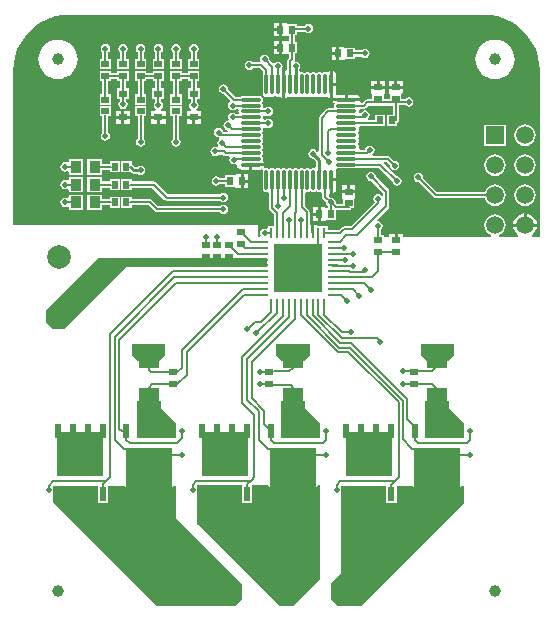
<source format=gtl>
G04*
G04 #@! TF.GenerationSoftware,Altium Limited,Altium Designer,19.1.7 (138)*
G04*
G04 Layer_Physical_Order=1*
G04 Layer_Color=255*
%FSLAX25Y25*%
%MOIN*%
G70*
G01*
G75*
%ADD18C,0.00800*%
%ADD19R,0.02559X0.02165*%
%ADD20R,0.02165X0.02559*%
%ADD21R,0.07087X0.04528*%
%ADD22R,0.00984X0.00984*%
%ADD23R,0.16339X0.16339*%
%ADD24R,0.01102X0.03347*%
%ADD25R,0.03347X0.01102*%
%ADD26R,0.03543X0.03937*%
%ADD27R,0.02756X0.02362*%
%ADD28R,0.15394X0.14764*%
%ADD29R,0.02402X0.05000*%
%ADD30O,0.01181X0.07087*%
%ADD31O,0.07087X0.01181*%
%ADD52C,0.01000*%
%ADD53C,0.07874*%
%ADD54C,0.05906*%
%ADD55R,0.05906X0.05906*%
%ADD56C,0.03937*%
%ADD57C,0.01870*%
%ADD58C,0.01968*%
G36*
X326772Y357455D02*
Y357455D01*
X327261Y357429D01*
X329236Y357300D01*
X331658Y356818D01*
X333996Y356024D01*
X336211Y354932D01*
X338264Y353560D01*
X340121Y351932D01*
X341749Y350075D01*
X343121Y348022D01*
X344213Y345807D01*
X345007Y343469D01*
X345489Y341047D01*
X345618Y339072D01*
X345644Y338583D01*
X345644D01*
X345644Y338582D01*
X345644Y283465D01*
X343097D01*
X342928Y283965D01*
X343528Y284425D01*
X344161Y285251D01*
X344560Y286212D01*
X344630Y286744D01*
X340709D01*
X336788D01*
X336858Y286212D01*
X337256Y285251D01*
X337890Y284425D01*
X338490Y283965D01*
X338320Y283465D01*
X332174D01*
X332075Y283965D01*
X332500Y284141D01*
X333243Y284710D01*
X333812Y285452D01*
X334170Y286317D01*
X334292Y287244D01*
X334170Y288172D01*
X333812Y289036D01*
X333243Y289778D01*
X332500Y290347D01*
X331636Y290705D01*
X330709Y290827D01*
X329781Y290705D01*
X328917Y290347D01*
X328175Y289778D01*
X327605Y289036D01*
X327247Y288172D01*
X327125Y287244D01*
X327247Y286317D01*
X327605Y285452D01*
X328175Y284710D01*
X328917Y284141D01*
X329342Y283965D01*
X329243Y283465D01*
X299917D01*
Y284366D01*
X295358D01*
Y283465D01*
X293612D01*
Y283966D01*
X292752D01*
Y285843D01*
X292839Y285901D01*
X293178Y286409D01*
X293297Y287008D01*
X293178Y287607D01*
X292839Y288115D01*
X292331Y288454D01*
X291732Y288573D01*
X291454Y288518D01*
X291208Y288978D01*
X295209Y292980D01*
X295430Y293311D01*
X295508Y293701D01*
Y298425D01*
X295430Y298815D01*
X295209Y299146D01*
X290915Y303441D01*
X290935Y303543D01*
X290816Y304142D01*
X290477Y304650D01*
X289969Y304989D01*
X289370Y305108D01*
X288771Y304989D01*
X288263Y304650D01*
X287924Y304142D01*
X287805Y303543D01*
X287924Y302944D01*
X288263Y302437D01*
X288771Y302097D01*
X289370Y301978D01*
X289473Y301999D01*
X293469Y298003D01*
Y297127D01*
X292969Y296976D01*
X292839Y297170D01*
X292331Y297509D01*
X291732Y297628D01*
X291133Y297509D01*
X290626Y297170D01*
X290286Y296662D01*
X290167Y296063D01*
X290286Y295464D01*
X290626Y294956D01*
X290637Y294835D01*
X282648Y286846D01*
X280315D01*
X279925Y286769D01*
X279594Y286548D01*
X278613Y285567D01*
X274970D01*
Y286821D01*
X271433D01*
Y287221D01*
X270382D01*
Y284547D01*
X269382D01*
Y287221D01*
X268933D01*
Y291620D01*
X268855Y292010D01*
X268634Y292341D01*
X267254Y293721D01*
Y297953D01*
X267737Y298230D01*
X267754Y298228D01*
X268203Y298138D01*
X268667Y298231D01*
X269061Y298494D01*
X269313D01*
X269707Y298231D01*
X270171Y298138D01*
X270636Y298231D01*
X271030Y298494D01*
X271281D01*
X271675Y298231D01*
X272140Y298138D01*
X272589Y298228D01*
X272605Y298230D01*
X273089Y297953D01*
Y296758D01*
X273166Y296368D01*
X273387Y296037D01*
X274440Y294985D01*
X274419Y294882D01*
X274538Y294283D01*
X274878Y293775D01*
X274965Y293717D01*
Y293178D01*
X274809Y293022D01*
X274217Y293080D01*
X274130Y293224D01*
X274060Y293224D01*
X274060Y293224D01*
X272547D01*
Y290945D01*
Y288665D01*
X274060D01*
X274060Y288665D01*
X274130D01*
X274371Y289065D01*
X274630Y289065D01*
X277667D01*
Y292287D01*
X281890D01*
X282280Y292365D01*
X282611Y292586D01*
X282757Y292806D01*
X283769D01*
X283769Y296101D01*
X284169Y296342D01*
X284169Y296412D01*
X284169Y296412D01*
Y297925D01*
X281890D01*
X279610D01*
Y296412D01*
X279610Y296412D01*
Y296342D01*
X280010Y296101D01*
X280010Y295843D01*
Y294327D01*
X277981D01*
X277529Y294779D01*
X277549Y294882D01*
X277430Y295481D01*
X277091Y295989D01*
X276583Y296328D01*
X275984Y296447D01*
X275882Y296427D01*
X275240Y297068D01*
X275277Y297499D01*
X275577Y297709D01*
Y302305D01*
X276077D01*
Y302805D01*
X277698D01*
Y305258D01*
X277577Y305871D01*
X277596Y305912D01*
X277911Y306275D01*
X278242Y306209D01*
X284148D01*
X284612Y306302D01*
X284765Y306404D01*
X292097D01*
X296477Y302024D01*
X296466Y301969D01*
X296585Y301370D01*
X296925Y300862D01*
X297433Y300522D01*
X298031Y300403D01*
X298630Y300522D01*
X299138Y300862D01*
X299478Y301370D01*
X299597Y301969D01*
X299478Y302567D01*
X299138Y303075D01*
X298630Y303415D01*
X298031Y303534D01*
X297881Y303504D01*
X293513Y307872D01*
X293720Y308372D01*
X294517D01*
X295699Y307189D01*
X295679Y307087D01*
X295798Y306488D01*
X296137Y305980D01*
X296645Y305641D01*
X297244Y305521D01*
X297843Y305641D01*
X298351Y305980D01*
X298690Y306488D01*
X298809Y307087D01*
X298690Y307686D01*
X298351Y308193D01*
X297843Y308533D01*
X297244Y308652D01*
X297141Y308631D01*
X295660Y310113D01*
X295329Y310334D01*
X294939Y310411D01*
X289955D01*
X289804Y310911D01*
X290083Y311098D01*
X290422Y311606D01*
X290542Y312205D01*
X290422Y312804D01*
X290083Y313311D01*
X289575Y313651D01*
X288976Y313770D01*
X288377Y313651D01*
X287870Y313311D01*
X287530Y312804D01*
X287446Y312380D01*
X285547D01*
X285270Y312863D01*
X285272Y312880D01*
X285362Y313329D01*
X285269Y313793D01*
X285006Y314187D01*
Y314439D01*
X285269Y314833D01*
X285362Y315297D01*
X285269Y315762D01*
X285006Y316156D01*
Y316407D01*
X285269Y316801D01*
X285362Y317266D01*
X285269Y317730D01*
X285006Y318124D01*
Y318376D01*
X285269Y318770D01*
X285362Y319234D01*
X285272Y319683D01*
X285270Y319700D01*
X285547Y320183D01*
X291282D01*
X291672Y320261D01*
X291827Y320365D01*
X294202D01*
Y324124D01*
X290837D01*
Y322222D01*
X288381D01*
X288229Y322722D01*
X288508Y322909D01*
X288847Y323417D01*
X288967Y324016D01*
X288847Y324615D01*
X288508Y325122D01*
X288000Y325462D01*
X287402Y325581D01*
X286803Y325462D01*
X286295Y325122D01*
X285956Y324615D01*
X285936Y324517D01*
X285690Y324477D01*
X285679Y324482D01*
X285317Y324917D01*
X285362Y325140D01*
X285272Y325589D01*
X285270Y325606D01*
X285547Y326089D01*
X286951D01*
X287341Y326166D01*
X287672Y326387D01*
X288415Y327130D01*
X296618D01*
Y324124D01*
X294774D01*
Y320365D01*
X298139D01*
Y321376D01*
X298359Y321523D01*
X298580Y321854D01*
X298657Y322244D01*
Y327327D01*
X300804D01*
X300862Y327240D01*
X301370Y326901D01*
X301969Y326781D01*
X302567Y326901D01*
X303075Y327240D01*
X303415Y327748D01*
X303534Y328346D01*
X303415Y328945D01*
X303075Y329453D01*
X302567Y329792D01*
X301969Y329912D01*
X301370Y329792D01*
X300862Y329453D01*
X300804Y329366D01*
X299517D01*
X299517Y330944D01*
X299917Y331185D01*
X299917Y331255D01*
X299917Y331255D01*
Y332768D01*
X297638D01*
X295358D01*
Y331255D01*
X295358Y331255D01*
Y331185D01*
X295758Y330944D01*
X295758Y330685D01*
Y329169D01*
X293612D01*
X293612Y330944D01*
X294012Y331185D01*
X294012Y331255D01*
X294012Y331255D01*
Y332768D01*
X291732D01*
X289453D01*
Y331255D01*
X289453Y331255D01*
Y331185D01*
X289853Y330944D01*
X289853Y330685D01*
Y329169D01*
X287992D01*
X287602Y329092D01*
X287271Y328871D01*
X286528Y328128D01*
X285982D01*
X285711Y328577D01*
X281195D01*
X276720D01*
X276744Y328456D01*
X277095Y327930D01*
X277278Y327808D01*
X277121Y327573D01*
X277028Y327108D01*
X277117Y326659D01*
X277120Y326642D01*
X276843Y326159D01*
X275041D01*
X274651Y326082D01*
X274320Y325861D01*
X272212Y323752D01*
X271991Y323422D01*
X271914Y323031D01*
Y311941D01*
X271413Y311789D01*
X271185Y312130D01*
X270678Y312470D01*
X270079Y312589D01*
X269480Y312470D01*
X268972Y312130D01*
X268633Y311623D01*
X268514Y311024D01*
X268633Y310425D01*
X268972Y309917D01*
X269480Y309578D01*
X270053Y309464D01*
X271018Y308498D01*
Y306679D01*
X270518Y306403D01*
X270171Y306472D01*
X269707Y306379D01*
X269313Y306116D01*
X269061D01*
X268667Y306379D01*
X268203Y306472D01*
X267738Y306379D01*
X267344Y306116D01*
X267093D01*
X266699Y306379D01*
X266234Y306472D01*
X265770Y306379D01*
X265376Y306116D01*
X265124D01*
X264730Y306379D01*
X264266Y306472D01*
X263801Y306379D01*
X263407Y306116D01*
X263156D01*
X262762Y306379D01*
X262297Y306472D01*
X261833Y306379D01*
X261439Y306116D01*
X261187D01*
X260793Y306379D01*
X260329Y306472D01*
X259864Y306379D01*
X259470Y306116D01*
X259219D01*
X258825Y306379D01*
X258360Y306472D01*
X257896Y306379D01*
X257502Y306116D01*
X257250D01*
X256856Y306379D01*
X256392Y306472D01*
X255927Y306379D01*
X255533Y306116D01*
X255282D01*
X254888Y306379D01*
X254423Y306472D01*
X254092Y306406D01*
X253777Y306769D01*
X253758Y306810D01*
X253780Y306923D01*
X249805D01*
Y305802D01*
X252258D01*
X252871Y305923D01*
X252912Y305904D01*
X253275Y305589D01*
X253209Y305258D01*
Y299352D01*
X253302Y298888D01*
X253565Y298494D01*
X253959Y298231D01*
X254423Y298138D01*
X254862Y298226D01*
X254894Y298227D01*
X255362Y297947D01*
Y292977D01*
X255440Y292587D01*
X255661Y292256D01*
X257051Y290866D01*
Y286821D01*
X254951D01*
Y286370D01*
X254451Y286108D01*
X253937Y286211D01*
X253338Y286092D01*
X252830Y285752D01*
X252491Y285245D01*
X252372Y284646D01*
X252491Y284047D01*
X252546Y283965D01*
X252279Y283465D01*
X251575D01*
Y287402D01*
X170104D01*
Y338583D01*
X170099Y338605D01*
X170259Y341047D01*
X170741Y343469D01*
X171535Y345807D01*
X172627Y348022D01*
X173999Y350075D01*
X175627Y351932D01*
X177484Y353560D01*
X179537Y354932D01*
X181752Y356024D01*
X184090Y356818D01*
X186512Y357300D01*
X188487Y357429D01*
X188976Y357455D01*
X188976Y357455D01*
X189476Y357455D01*
X326279Y357455D01*
X326772Y357455D01*
D02*
G37*
G36*
X254724Y273228D02*
X207874D01*
X187402Y252756D01*
X183465D01*
X181102Y255118D01*
Y259055D01*
X198425Y276378D01*
X254724D01*
Y273228D01*
D02*
G37*
G36*
X316929Y244094D02*
X314961Y242126D01*
X307874D01*
X305906Y244094D01*
Y247638D01*
X316929D01*
Y244094D01*
D02*
G37*
G36*
X268898D02*
X266929Y242126D01*
X259842D01*
X257874Y244094D01*
Y247638D01*
X268898D01*
Y244094D01*
D02*
G37*
G36*
X220866D02*
X218898Y242126D01*
X211811D01*
X209842Y244094D01*
Y247638D01*
X220866D01*
Y244094D01*
D02*
G37*
G36*
X315354Y226378D02*
X320472Y221260D01*
X320472Y216142D01*
X307480D01*
Y228740D01*
X315354D01*
X315354Y226378D01*
D02*
G37*
G36*
X267323D02*
X272441Y221260D01*
X272441Y216142D01*
X259449D01*
Y228740D01*
X267323D01*
X267323Y226378D01*
D02*
G37*
G36*
X219291Y226378D02*
X224410Y221260D01*
Y216142D01*
X211417D01*
Y228740D01*
X219291D01*
Y226378D01*
D02*
G37*
G36*
X318216Y199308D02*
X318472Y199358D01*
X319112Y199786D01*
X319518Y200394D01*
X320472D01*
X320472Y194488D01*
X286220Y160236D01*
X278346Y160236D01*
X275984Y162598D01*
Y167717D01*
X279528Y171260D01*
Y200394D01*
X294282D01*
Y194656D01*
X297883D01*
Y200394D01*
X303317D01*
X303723Y199786D01*
X304363Y199358D01*
X304618Y199308D01*
Y201181D01*
X305618D01*
Y199308D01*
X305873Y199358D01*
X306513Y199786D01*
X306919Y200394D01*
X309616D01*
X310022Y199786D01*
X310662Y199358D01*
X310917Y199308D01*
Y201181D01*
X311917D01*
Y199308D01*
X312172Y199358D01*
X312812Y199786D01*
X313218Y200394D01*
X315915D01*
X316321Y199786D01*
X316962Y199358D01*
X317216Y199308D01*
Y201181D01*
X318216D01*
Y199308D01*
D02*
G37*
G36*
X270185D02*
X270440Y199358D01*
X271080Y199786D01*
X271508Y200426D01*
X271580Y200787D01*
X272441D01*
Y169291D01*
X263386Y160236D01*
X259055D01*
X231496Y187795D01*
Y200787D01*
X246250D01*
Y194656D01*
X249852D01*
Y200787D01*
X255192D01*
X255264Y200426D01*
X255692Y199786D01*
X256332Y199358D01*
X256587Y199308D01*
Y201181D01*
X257587D01*
Y199308D01*
X257842Y199358D01*
X258482Y199786D01*
X258909Y200426D01*
X258981Y200787D01*
X261491D01*
X261563Y200426D01*
X261991Y199786D01*
X262631Y199358D01*
X262886Y199308D01*
Y201181D01*
X263886D01*
Y199308D01*
X264141Y199358D01*
X264781Y199786D01*
X265209Y200426D01*
X265281Y200787D01*
X267790D01*
X267862Y200426D01*
X268290Y199786D01*
X268930Y199358D01*
X269185Y199308D01*
Y201181D01*
X270185D01*
Y199308D01*
D02*
G37*
G36*
X222153D02*
X222409Y199358D01*
X223049Y199786D01*
X223455Y200394D01*
X224410D01*
Y189764D01*
X246457Y167717D01*
Y162598D01*
X244094Y160236D01*
X218110D01*
X183465Y194882D01*
Y200394D01*
X198219D01*
Y194656D01*
X201820D01*
Y200394D01*
X207254D01*
X207660Y199786D01*
X208300Y199358D01*
X208555Y199308D01*
Y201181D01*
X209555D01*
Y199308D01*
X209810Y199358D01*
X210450Y199786D01*
X210856Y200394D01*
X213553D01*
X213959Y199786D01*
X214599Y199358D01*
X214854Y199308D01*
Y201181D01*
X215854D01*
Y199308D01*
X216109Y199358D01*
X216749Y199786D01*
X217156Y200394D01*
X219852D01*
X220258Y199786D01*
X220899Y199358D01*
X221153Y199308D01*
Y201181D01*
X222153D01*
Y199308D01*
D02*
G37*
%LPC*%
G36*
X258667Y354722D02*
X257085D01*
Y352943D01*
X258667D01*
Y354722D01*
D02*
G37*
G36*
X261250Y354722D02*
X261180Y354722D01*
X261180Y354722D01*
X259667D01*
Y352443D01*
Y350163D01*
X261180D01*
X261180Y350163D01*
X261250D01*
X261273Y350202D01*
X261904Y350279D01*
X261972Y350210D01*
Y348676D01*
X261904Y348607D01*
X261273Y348684D01*
X261250Y348723D01*
X261180Y348722D01*
X261180Y348722D01*
X259667D01*
Y346443D01*
Y344163D01*
X261180D01*
X261180Y344163D01*
X261250D01*
X261273Y344202D01*
X261904Y344279D01*
X261972Y344210D01*
Y342942D01*
X261562Y342532D01*
X261342Y342201D01*
X261264Y341811D01*
Y338991D01*
X260829Y338723D01*
Y334195D01*
Y329720D01*
X260949Y329744D01*
X261475Y330095D01*
X261597Y330278D01*
X261833Y330121D01*
X262297Y330028D01*
X262762Y330121D01*
X263156Y330384D01*
X263407D01*
X263801Y330121D01*
X264266Y330028D01*
X264730Y330121D01*
X265124Y330384D01*
X265376D01*
X265770Y330121D01*
X266234Y330028D01*
X266699Y330121D01*
X267093Y330384D01*
X267344D01*
X267738Y330121D01*
X268203Y330028D01*
X268667Y330121D01*
X269061Y330384D01*
X269313D01*
X269707Y330121D01*
X270171Y330028D01*
X270636Y330121D01*
X271030Y330384D01*
X271281D01*
X271675Y330121D01*
X272140Y330028D01*
X272604Y330121D01*
X272998Y330384D01*
X273250D01*
X273644Y330121D01*
X274108Y330028D01*
X274573Y330121D01*
X274808Y330278D01*
X274930Y330095D01*
X275456Y329744D01*
X275577Y329720D01*
Y334195D01*
Y338670D01*
X275456Y338646D01*
X274930Y338294D01*
X274808Y338112D01*
X274573Y338269D01*
X274108Y338362D01*
X273644Y338269D01*
X273492Y338167D01*
X273124Y338047D01*
X272757Y338167D01*
X272604Y338269D01*
X272140Y338362D01*
X271675Y338269D01*
X271281Y338006D01*
X271030D01*
X270636Y338269D01*
X270171Y338362D01*
X269707Y338269D01*
X269313Y338006D01*
X269061D01*
X268667Y338269D01*
X268203Y338362D01*
X267738Y338269D01*
X267344Y338006D01*
X267093D01*
X266699Y338269D01*
X266234Y338362D01*
X265887Y338293D01*
X265387Y338569D01*
Y339070D01*
X265714Y339559D01*
X265833Y340158D01*
X265714Y340756D01*
X265374Y341264D01*
X264867Y341603D01*
X264268Y341723D01*
X264263Y341722D01*
X263934Y342129D01*
X264012Y342520D01*
Y344563D01*
X264787D01*
Y348322D01*
X264012D01*
Y350563D01*
X264787D01*
Y351736D01*
X267339D01*
X267397Y351649D01*
X267905Y351310D01*
X268504Y351191D01*
X269103Y351310D01*
X269611Y351649D01*
X269950Y352157D01*
X270069Y352756D01*
X269950Y353355D01*
X269611Y353863D01*
X269103Y354202D01*
X268504Y354321D01*
X267905Y354202D01*
X267397Y353863D01*
X267339Y353776D01*
X264787D01*
Y354322D01*
X261491Y354322D01*
X261250Y354722D01*
D02*
G37*
G36*
X258667Y351943D02*
X257085D01*
Y350163D01*
X258667D01*
Y351943D01*
D02*
G37*
G36*
Y348722D02*
X257085D01*
Y346943D01*
X258667D01*
Y348722D01*
D02*
G37*
G36*
X277847Y346768D02*
X276264D01*
Y344988D01*
X277847D01*
Y346768D01*
D02*
G37*
G36*
X258667Y345943D02*
X257085D01*
Y344163D01*
X258667D01*
Y345943D01*
D02*
G37*
G36*
X280429Y346768D02*
X280359Y346768D01*
X280359Y346768D01*
X278847D01*
Y344488D01*
Y342209D01*
X280359D01*
X280359Y342209D01*
X280429D01*
X280670Y342609D01*
X280929Y342609D01*
X283966D01*
Y343469D01*
X286237D01*
X286295Y343382D01*
X286803Y343042D01*
X287402Y342923D01*
X288000Y343042D01*
X288508Y343382D01*
X288847Y343889D01*
X288967Y344488D01*
X288847Y345087D01*
X288508Y345595D01*
X288000Y345934D01*
X287402Y346053D01*
X286803Y345934D01*
X286295Y345595D01*
X286237Y345508D01*
X283966D01*
Y346368D01*
X280670Y346368D01*
X280648Y346406D01*
X280429Y346768D01*
D02*
G37*
G36*
X277847Y343988D02*
X276264D01*
Y342209D01*
X277847D01*
Y343988D01*
D02*
G37*
G36*
X253937Y344085D02*
X253338Y343966D01*
X252830Y343626D01*
X252491Y343119D01*
X252372Y342520D01*
X252461Y342071D01*
X252169Y341571D01*
X249984D01*
X249926Y341658D01*
X249418Y341997D01*
X248819Y342116D01*
X248220Y341997D01*
X247712Y341658D01*
X247373Y341150D01*
X247254Y340551D01*
X247373Y339952D01*
X247712Y339444D01*
X248220Y339105D01*
X248819Y338986D01*
X249418Y339105D01*
X249926Y339444D01*
X249984Y339532D01*
X252334D01*
X253404Y338461D01*
Y337765D01*
X253302Y337612D01*
X253209Y337148D01*
Y331242D01*
X253302Y330778D01*
X253565Y330384D01*
X253959Y330121D01*
X254423Y330028D01*
X254888Y330121D01*
X255282Y330384D01*
X255533D01*
X255927Y330121D01*
X256392Y330028D01*
X256856Y330121D01*
X257250Y330384D01*
X257502D01*
X257896Y330121D01*
X258360Y330028D01*
X258825Y330121D01*
X259060Y330278D01*
X259182Y330095D01*
X259708Y329744D01*
X259829Y329720D01*
Y334195D01*
Y338711D01*
X259807Y338724D01*
X259645Y339319D01*
X259804Y339559D01*
X259923Y340158D01*
X259804Y340756D01*
X259465Y341264D01*
X258957Y341603D01*
X258358Y341723D01*
X257759Y341603D01*
X257252Y341264D01*
X257223Y341222D01*
X256726Y341173D01*
X255482Y342417D01*
X255502Y342520D01*
X255383Y343119D01*
X255044Y343626D01*
X254536Y343966D01*
X253937Y344085D01*
D02*
G37*
G36*
X212598Y347628D02*
X212000Y347509D01*
X211492Y347170D01*
X211153Y346662D01*
X211033Y346063D01*
X211153Y345464D01*
X211492Y344956D01*
X211579Y344898D01*
Y342628D01*
X210719D01*
Y339262D01*
X214478D01*
Y342628D01*
X213618D01*
Y344898D01*
X213705Y344956D01*
X214044Y345464D01*
X214163Y346063D01*
X214044Y346662D01*
X213705Y347170D01*
X213197Y347509D01*
X212598Y347628D01*
D02*
G37*
G36*
X230315D02*
X229716Y347509D01*
X229208Y347170D01*
X228869Y346662D01*
X228750Y346063D01*
X228869Y345464D01*
X229208Y344956D01*
X229295Y344898D01*
Y342628D01*
X228435D01*
Y339262D01*
X232194D01*
Y342628D01*
X231334D01*
Y344898D01*
X231422Y344956D01*
X231761Y345464D01*
X231880Y346063D01*
X231761Y346662D01*
X231422Y347170D01*
X230914Y347509D01*
X230315Y347628D01*
D02*
G37*
G36*
X224410D02*
X223811Y347509D01*
X223303Y347170D01*
X222964Y346662D01*
X222844Y346063D01*
X222964Y345464D01*
X223303Y344956D01*
X223390Y344898D01*
Y342628D01*
X222530D01*
Y339262D01*
X226289D01*
Y342628D01*
X225429D01*
Y344898D01*
X225516Y344956D01*
X225855Y345464D01*
X225975Y346063D01*
X225855Y346662D01*
X225516Y347170D01*
X225008Y347509D01*
X224410Y347628D01*
D02*
G37*
G36*
X218504D02*
X217905Y347509D01*
X217397Y347170D01*
X217058Y346662D01*
X216939Y346063D01*
X217058Y345464D01*
X217397Y344956D01*
X217484Y344898D01*
Y342628D01*
X216624D01*
Y339262D01*
X220384D01*
Y342628D01*
X219524D01*
Y344898D01*
X219611Y344956D01*
X219950Y345464D01*
X220069Y346063D01*
X219950Y346662D01*
X219611Y347170D01*
X219103Y347509D01*
X218504Y347628D01*
D02*
G37*
G36*
X206693D02*
X206094Y347509D01*
X205586Y347170D01*
X205247Y346662D01*
X205128Y346063D01*
X205247Y345464D01*
X205586Y344956D01*
X205673Y344898D01*
Y342628D01*
X204813D01*
Y339262D01*
X208573D01*
Y342628D01*
X207713D01*
Y344898D01*
X207800Y344956D01*
X208139Y345464D01*
X208258Y346063D01*
X208139Y346662D01*
X207800Y347170D01*
X207292Y347509D01*
X206693Y347628D01*
D02*
G37*
G36*
X200787D02*
X200188Y347509D01*
X199681Y347170D01*
X199341Y346662D01*
X199222Y346063D01*
X199341Y345464D01*
X199681Y344956D01*
X199768Y344898D01*
Y342628D01*
X198908D01*
Y339262D01*
X202667D01*
Y342628D01*
X201807D01*
Y344898D01*
X201894Y344956D01*
X202233Y345464D01*
X202352Y346063D01*
X202233Y346662D01*
X201894Y347170D01*
X201386Y347509D01*
X200787Y347628D01*
D02*
G37*
G36*
X232194Y338690D02*
X228435D01*
Y338028D01*
X226289D01*
Y338690D01*
X222530D01*
Y335325D01*
X223390D01*
Y330817D01*
X222530D01*
Y327451D01*
X226289D01*
Y330817D01*
X225429D01*
Y335325D01*
X226289D01*
Y335988D01*
X228435D01*
Y335325D01*
X229295D01*
Y332884D01*
X228337D01*
Y329321D01*
X229295D01*
Y328330D01*
X229208Y328272D01*
X228869Y327764D01*
X228750Y327165D01*
X228869Y326566D01*
X229208Y326059D01*
X229432Y325909D01*
X229280Y325409D01*
X227937D01*
Y323728D01*
X230315D01*
X232693D01*
Y325409D01*
X231350D01*
X231198Y325909D01*
X231422Y326059D01*
X231761Y326566D01*
X231880Y327165D01*
X231761Y327764D01*
X231422Y328272D01*
X231334Y328330D01*
Y329321D01*
X232293D01*
Y332884D01*
X231334D01*
Y335325D01*
X232194D01*
Y338690D01*
D02*
G37*
G36*
X208573D02*
X204813D01*
Y338028D01*
X202667D01*
Y338690D01*
X198908D01*
Y335325D01*
X199768D01*
Y330817D01*
X198908D01*
Y327451D01*
X202667D01*
Y330817D01*
X201807D01*
Y335325D01*
X202667D01*
Y335988D01*
X204813D01*
Y335325D01*
X205673D01*
Y332884D01*
X204715D01*
Y329321D01*
X205673D01*
Y328724D01*
X205586Y328666D01*
X205247Y328158D01*
X205128Y327559D01*
X205247Y326960D01*
X205586Y326452D01*
X206094Y326113D01*
X206693Y325994D01*
X207292Y326113D01*
X207800Y326452D01*
X208139Y326960D01*
X208258Y327559D01*
X208139Y328158D01*
X207800Y328666D01*
X207713Y328724D01*
Y329321D01*
X208671D01*
Y332884D01*
X207713D01*
Y335325D01*
X208573D01*
Y338690D01*
D02*
G37*
G36*
X330709Y349057D02*
X329433Y348931D01*
X328207Y348559D01*
X327077Y347955D01*
X326086Y347142D01*
X325273Y346151D01*
X324669Y345021D01*
X324297Y343795D01*
X324172Y342520D01*
X324297Y341244D01*
X324669Y340018D01*
X325273Y338888D01*
X326086Y337897D01*
X327077Y337084D01*
X328207Y336480D01*
X329433Y336108D01*
X330709Y335983D01*
X331984Y336108D01*
X333210Y336480D01*
X334340Y337084D01*
X335331Y337897D01*
X336144Y338888D01*
X336748Y340018D01*
X337120Y341244D01*
X337246Y342520D01*
X337120Y343795D01*
X336748Y345021D01*
X336144Y346151D01*
X335331Y347142D01*
X334340Y347955D01*
X333210Y348559D01*
X331984Y348931D01*
X330709Y349057D01*
D02*
G37*
G36*
X185039D02*
X183764Y348931D01*
X182538Y348559D01*
X181408Y347955D01*
X180417Y347142D01*
X179604Y346151D01*
X179000Y345021D01*
X178628Y343795D01*
X178502Y342520D01*
X178628Y341244D01*
X179000Y340018D01*
X179604Y338888D01*
X180417Y337897D01*
X181408Y337084D01*
X182538Y336480D01*
X183764Y336108D01*
X185039Y335983D01*
X186315Y336108D01*
X187541Y336480D01*
X188671Y337084D01*
X189662Y337897D01*
X190475Y338888D01*
X191079Y340018D01*
X191451Y341244D01*
X191576Y342520D01*
X191451Y343795D01*
X191079Y345021D01*
X190475Y346151D01*
X189662Y347142D01*
X188671Y347955D01*
X187541Y348559D01*
X186315Y348931D01*
X185039Y349057D01*
D02*
G37*
G36*
X276577Y338670D02*
Y334695D01*
X277698D01*
Y337148D01*
X277575Y337768D01*
X277223Y338294D01*
X276697Y338646D01*
X276577Y338670D01*
D02*
G37*
G36*
X299917Y335350D02*
X298138D01*
Y333768D01*
X299917D01*
Y335350D01*
D02*
G37*
G36*
X294012D02*
X292232D01*
Y333768D01*
X294012D01*
Y335350D01*
D02*
G37*
G36*
X297138D02*
X295358D01*
Y333768D01*
X297138D01*
Y335350D01*
D02*
G37*
G36*
X291232D02*
X289453D01*
Y333768D01*
X291232D01*
Y335350D01*
D02*
G37*
G36*
X284148Y330698D02*
X281695D01*
Y329577D01*
X285670D01*
X285646Y329697D01*
X285294Y330223D01*
X284768Y330575D01*
X284148Y330698D01*
D02*
G37*
G36*
X277698Y333695D02*
X276577D01*
Y329577D01*
X280695D01*
Y330698D01*
X278242D01*
X278094Y330669D01*
X277669Y331094D01*
X277698Y331242D01*
Y333695D01*
D02*
G37*
G36*
X240158Y334242D02*
X239559Y334123D01*
X239051Y333784D01*
X238712Y333276D01*
X238592Y332677D01*
X238712Y332078D01*
X239051Y331571D01*
X239559Y331231D01*
X240158Y331112D01*
X240260Y331133D01*
X242425Y328968D01*
X242361Y328324D01*
X242200Y328217D01*
X241861Y327709D01*
X241742Y327110D01*
X241861Y326511D01*
X242200Y326004D01*
X242708Y325664D01*
X243307Y325545D01*
X243906Y325664D01*
X244414Y326004D01*
X244472Y326091D01*
X244954D01*
X245231Y325605D01*
X245228Y325591D01*
X245139Y325140D01*
X245227Y324693D01*
X245230Y324673D01*
X244952Y324193D01*
X244472D01*
X244414Y324280D01*
X243906Y324619D01*
X243307Y324738D01*
X242708Y324619D01*
X242200Y324280D01*
X241861Y323772D01*
X241742Y323173D01*
X241861Y322574D01*
X241902Y322514D01*
X241833Y322320D01*
X241632Y322018D01*
X241133Y321918D01*
X240626Y321579D01*
X240286Y321071D01*
X240167Y320472D01*
X240286Y319873D01*
X240626Y319366D01*
X241133Y319026D01*
X241506Y318952D01*
X241619Y318785D01*
X241355Y318285D01*
X240113D01*
X240029Y318709D01*
X239689Y319217D01*
X239182Y319556D01*
X238583Y319675D01*
X237984Y319556D01*
X237476Y319217D01*
X237137Y318709D01*
X237018Y318110D01*
X237137Y317511D01*
X237476Y317003D01*
X237984Y316664D01*
X238583Y316545D01*
X238800Y316296D01*
X238745Y315732D01*
X238657Y315674D01*
X238318Y315166D01*
X238199Y314567D01*
X238318Y313968D01*
X238505Y313688D01*
X238346Y313124D01*
X238334Y313112D01*
X238255Y313087D01*
X238000Y313257D01*
X237402Y313376D01*
X236803Y313257D01*
X236295Y312918D01*
X235956Y312410D01*
X235837Y311811D01*
X235956Y311212D01*
X236295Y310704D01*
X236803Y310365D01*
X237402Y310246D01*
X238000Y310365D01*
X238508Y310704D01*
X238566Y310791D01*
X240015D01*
X240167Y310639D01*
X240498Y310418D01*
X240888Y310341D01*
X242112D01*
X242379Y309841D01*
X242255Y309654D01*
X242136Y309055D01*
X242255Y308456D01*
X242594Y307948D01*
X243102Y307609D01*
X243701Y307490D01*
X244256Y307600D01*
X244387Y307552D01*
X244753Y307311D01*
X244854Y306803D01*
X245206Y306276D01*
X245732Y305925D01*
X246352Y305802D01*
X248805D01*
Y307423D01*
X249305D01*
Y307923D01*
X253780D01*
X253756Y308044D01*
X253405Y308570D01*
X253222Y308692D01*
X253379Y308927D01*
X253472Y309392D01*
X253379Y309856D01*
X253116Y310250D01*
Y310502D01*
X253379Y310896D01*
X253472Y311360D01*
X253379Y311825D01*
X253116Y312219D01*
Y312470D01*
X253379Y312864D01*
X253472Y313329D01*
X253379Y313793D01*
X253116Y314187D01*
Y314439D01*
X253379Y314833D01*
X253472Y315297D01*
X253379Y315762D01*
X253116Y316156D01*
Y316407D01*
X253379Y316801D01*
X253472Y317266D01*
X253379Y317730D01*
X253116Y318124D01*
Y318376D01*
X253379Y318770D01*
X253472Y319234D01*
X253407Y319561D01*
X253707Y319960D01*
X253745Y319994D01*
X254105Y320032D01*
X254519Y319755D01*
X255118Y319636D01*
X255717Y319755D01*
X256225Y320094D01*
X256564Y320602D01*
X256683Y321201D01*
X256564Y321800D01*
X256225Y322307D01*
X255717Y322647D01*
X255118Y322766D01*
X254519Y322647D01*
X254103Y322369D01*
X253738Y322408D01*
X253714Y322429D01*
X253406Y322839D01*
X253472Y323171D01*
X253407Y323498D01*
X253707Y323897D01*
X253745Y323931D01*
X254105Y323969D01*
X254519Y323692D01*
X255118Y323573D01*
X255717Y323692D01*
X256225Y324031D01*
X256564Y324539D01*
X256683Y325138D01*
X256564Y325737D01*
X256225Y326244D01*
X255717Y326584D01*
X255118Y326703D01*
X254519Y326584D01*
X254103Y326306D01*
X253738Y326345D01*
X253714Y326366D01*
X253406Y326777D01*
X253472Y327108D01*
X253379Y327573D01*
X253116Y327967D01*
Y328218D01*
X253379Y328612D01*
X253472Y329077D01*
X253379Y329541D01*
X253116Y329935D01*
X252722Y330198D01*
X252258Y330291D01*
X246352D01*
X245888Y330198D01*
X245762Y330114D01*
X244163D01*
X241702Y332574D01*
X241723Y332677D01*
X241603Y333276D01*
X241264Y333784D01*
X240756Y334123D01*
X240158Y334242D01*
D02*
G37*
G36*
X209071Y325409D02*
X207193D01*
Y323728D01*
X209071D01*
Y325409D01*
D02*
G37*
G36*
X214478Y338690D02*
X210719D01*
Y335325D01*
X211579D01*
Y330817D01*
X210719D01*
Y327451D01*
X214478D01*
Y330817D01*
X213618D01*
Y335325D01*
X214478D01*
Y335988D01*
X216624D01*
Y335325D01*
X217484D01*
Y332884D01*
X216526D01*
Y329321D01*
X217484D01*
Y328330D01*
X217397Y328272D01*
X217058Y327764D01*
X216939Y327165D01*
X217058Y326566D01*
X217397Y326059D01*
X217621Y325909D01*
X217469Y325409D01*
X216126D01*
Y323728D01*
X218504D01*
X220882D01*
Y325409D01*
X219539D01*
X219387Y325909D01*
X219611Y326059D01*
X219950Y326566D01*
X220069Y327165D01*
X219950Y327764D01*
X219611Y328272D01*
X219524Y328330D01*
Y329321D01*
X220482D01*
Y332884D01*
X219524D01*
Y335325D01*
X220384D01*
Y338690D01*
X216624D01*
Y338028D01*
X214478D01*
Y338690D01*
D02*
G37*
G36*
X206193Y325409D02*
X204315D01*
Y323728D01*
X206193D01*
Y325409D01*
D02*
G37*
G36*
X232693Y322728D02*
X230815D01*
Y321047D01*
X232693D01*
Y322728D01*
D02*
G37*
G36*
X229815D02*
X227937D01*
Y321047D01*
X229815D01*
Y322728D01*
D02*
G37*
G36*
X220882D02*
X219004D01*
Y321047D01*
X220882D01*
Y322728D01*
D02*
G37*
G36*
X218004D02*
X216126D01*
Y321047D01*
X218004D01*
Y322728D01*
D02*
G37*
G36*
X209071D02*
X207193D01*
Y321047D01*
X209071D01*
Y322728D01*
D02*
G37*
G36*
X206193D02*
X204315D01*
Y321047D01*
X206193D01*
Y322728D01*
D02*
G37*
G36*
X202667Y326880D02*
X198908D01*
Y323514D01*
X199768D01*
Y318094D01*
X199681Y318036D01*
X199341Y317528D01*
X199222Y316929D01*
X199341Y316330D01*
X199681Y315822D01*
X200188Y315483D01*
X200787Y315364D01*
X201386Y315483D01*
X201894Y315822D01*
X202233Y316330D01*
X202352Y316929D01*
X202233Y317528D01*
X201894Y318036D01*
X201807Y318094D01*
Y323514D01*
X202667D01*
Y326880D01*
D02*
G37*
G36*
X334261Y320797D02*
X327156D01*
Y313691D01*
X334261D01*
Y320797D01*
D02*
G37*
G36*
X340709Y320828D02*
X339781Y320705D01*
X338917Y320347D01*
X338175Y319778D01*
X337605Y319036D01*
X337247Y318172D01*
X337125Y317244D01*
X337247Y316317D01*
X337605Y315452D01*
X338175Y314710D01*
X338917Y314141D01*
X339781Y313783D01*
X340709Y313661D01*
X341636Y313783D01*
X342500Y314141D01*
X343243Y314710D01*
X343812Y315452D01*
X344170Y316317D01*
X344292Y317244D01*
X344170Y318172D01*
X343812Y319036D01*
X343243Y319778D01*
X342500Y320347D01*
X341636Y320705D01*
X340709Y320828D01*
D02*
G37*
G36*
X226289Y326880D02*
X222530D01*
Y323514D01*
X223390D01*
Y316125D01*
X223303Y316067D01*
X222964Y315560D01*
X222844Y314961D01*
X222964Y314362D01*
X223303Y313854D01*
X223811Y313515D01*
X224410Y313396D01*
X225008Y313515D01*
X225516Y313854D01*
X225855Y314362D01*
X225975Y314961D01*
X225855Y315560D01*
X225516Y316067D01*
X225429Y316125D01*
Y323514D01*
X226289D01*
Y326880D01*
D02*
G37*
G36*
X214478D02*
X210719D01*
Y323514D01*
X211579D01*
Y316125D01*
X211492Y316067D01*
X211153Y315560D01*
X211033Y314961D01*
X211153Y314362D01*
X211492Y313854D01*
X212000Y313515D01*
X212598Y313396D01*
X213197Y313515D01*
X213705Y313854D01*
X214044Y314362D01*
X214163Y314961D01*
X214044Y315560D01*
X213705Y316067D01*
X213618Y316125D01*
Y323514D01*
X214478D01*
Y326880D01*
D02*
G37*
G36*
X193316Y309261D02*
X188573D01*
Y308358D01*
X188073Y308090D01*
X188001Y308139D01*
X187402Y308258D01*
X186803Y308139D01*
X186295Y307800D01*
X185956Y307292D01*
X185837Y306693D01*
X185956Y306094D01*
X186295Y305586D01*
X186803Y305247D01*
X187402Y305128D01*
X188001Y305247D01*
X188073Y305295D01*
X188573Y305028D01*
Y304124D01*
X193316D01*
Y309261D01*
D02*
G37*
G36*
X199616D02*
X194872D01*
Y304124D01*
X199616D01*
Y305673D01*
X202254D01*
Y304813D01*
X205620D01*
Y308572D01*
X202254D01*
Y307713D01*
X199616D01*
Y309261D01*
D02*
G37*
G36*
X209557Y308572D02*
X206191D01*
Y304813D01*
X209349D01*
X209443Y304719D01*
X209443Y304719D01*
X209807Y304476D01*
X210236Y304390D01*
X210236Y304390D01*
X211514D01*
X212000Y304066D01*
X212598Y303947D01*
X213197Y304066D01*
X213705Y304405D01*
X214044Y304913D01*
X214163Y305512D01*
X214044Y306111D01*
X213705Y306618D01*
X213197Y306958D01*
X212598Y307077D01*
X212000Y306958D01*
X211514Y306633D01*
X210701D01*
X209848Y307486D01*
X209557Y307681D01*
Y308572D01*
D02*
G37*
G36*
X340709Y310827D02*
X339781Y310705D01*
X338917Y310347D01*
X338175Y309778D01*
X337605Y309036D01*
X337247Y308172D01*
X337125Y307244D01*
X337247Y306317D01*
X337605Y305452D01*
X338175Y304710D01*
X338917Y304141D01*
X339781Y303783D01*
X340709Y303661D01*
X341636Y303783D01*
X342500Y304141D01*
X343243Y304710D01*
X343812Y305452D01*
X344170Y306317D01*
X344292Y307244D01*
X344170Y308172D01*
X343812Y309036D01*
X343243Y309778D01*
X342500Y310347D01*
X341636Y310705D01*
X340709Y310827D01*
D02*
G37*
G36*
X330709D02*
X329781Y310705D01*
X328917Y310347D01*
X328175Y309778D01*
X327605Y309036D01*
X327247Y308172D01*
X327125Y307244D01*
X327247Y306317D01*
X327605Y305452D01*
X328175Y304710D01*
X328917Y304141D01*
X329781Y303783D01*
X330709Y303661D01*
X331636Y303783D01*
X332500Y304141D01*
X333243Y304710D01*
X333812Y305452D01*
X334170Y306317D01*
X334292Y307244D01*
X334170Y308172D01*
X333812Y309036D01*
X333243Y309778D01*
X332500Y310347D01*
X331636Y310705D01*
X330709Y310827D01*
D02*
G37*
G36*
X244374Y304248D02*
X244133Y303848D01*
X243874Y303848D01*
X240837D01*
Y302988D01*
X238960D01*
X238902Y303075D01*
X238394Y303415D01*
X237795Y303534D01*
X237196Y303415D01*
X236689Y303075D01*
X236349Y302567D01*
X236230Y301969D01*
X236349Y301370D01*
X236689Y300862D01*
X237196Y300522D01*
X237795Y300403D01*
X238394Y300522D01*
X238902Y300862D01*
X238960Y300949D01*
X240837D01*
Y300089D01*
X244133Y300089D01*
X244374Y299689D01*
X244444Y299689D01*
X244444Y299689D01*
X245957D01*
Y301969D01*
Y304248D01*
X244444D01*
Y304248D01*
X244444D01*
X244374D01*
D02*
G37*
G36*
X246957Y304248D02*
Y302468D01*
X248539D01*
Y304248D01*
X246957D01*
D02*
G37*
G36*
X193316Y303356D02*
X188573D01*
Y302452D01*
X188073Y302185D01*
X188001Y302233D01*
X187402Y302352D01*
X186803Y302233D01*
X186295Y301894D01*
X185956Y301386D01*
X185837Y300787D01*
X185956Y300188D01*
X186295Y299681D01*
X186803Y299341D01*
X187402Y299222D01*
X188001Y299341D01*
X188073Y299390D01*
X188573Y299123D01*
Y298219D01*
X193316D01*
Y303356D01*
D02*
G37*
G36*
X248539Y301468D02*
X246957D01*
Y299689D01*
X248539D01*
Y301468D01*
D02*
G37*
G36*
X284169Y300508D02*
X282390D01*
Y298925D01*
X284169D01*
Y300508D01*
D02*
G37*
G36*
X281390D02*
X279610D01*
Y298925D01*
X281390D01*
Y300508D01*
D02*
G37*
G36*
X199616Y303356D02*
X194872D01*
Y298219D01*
X199616D01*
Y299768D01*
X202254D01*
Y298908D01*
X205620D01*
Y302667D01*
X202254D01*
Y301807D01*
X199616D01*
Y303356D01*
D02*
G37*
G36*
X277698Y301805D02*
X276577D01*
Y297830D01*
X276697Y297854D01*
X277223Y298206D01*
X277575Y298732D01*
X277698Y299352D01*
Y301805D01*
D02*
G37*
G36*
X193316Y297450D02*
X188573D01*
Y296547D01*
X188073Y296279D01*
X188001Y296328D01*
X187402Y296447D01*
X186803Y296328D01*
X186295Y295989D01*
X185956Y295481D01*
X185837Y294882D01*
X185956Y294283D01*
X186295Y293775D01*
X186803Y293436D01*
X187402Y293317D01*
X188001Y293436D01*
X188073Y293484D01*
X188573Y293217D01*
Y292313D01*
X193316D01*
Y297450D01*
D02*
G37*
G36*
X209557Y302667D02*
X206191D01*
Y298908D01*
X209557D01*
Y299768D01*
X216507D01*
X220539Y295736D01*
X220870Y295515D01*
X221260Y295437D01*
X238993D01*
X239051Y295350D01*
X239559Y295011D01*
X240158Y294892D01*
X240756Y295011D01*
X241264Y295350D01*
X241603Y295858D01*
X241723Y296457D01*
X241603Y297056D01*
X241264Y297563D01*
X240756Y297903D01*
X240158Y298022D01*
X239559Y297903D01*
X239051Y297563D01*
X238993Y297476D01*
X221682D01*
X217650Y301508D01*
X217319Y301729D01*
X216929Y301807D01*
X209557D01*
Y302667D01*
D02*
G37*
G36*
X340709Y300828D02*
X339781Y300705D01*
X338917Y300347D01*
X338175Y299778D01*
X337605Y299036D01*
X337247Y298171D01*
X337125Y297244D01*
X337247Y296317D01*
X337605Y295452D01*
X338175Y294710D01*
X338917Y294141D01*
X339781Y293783D01*
X340709Y293661D01*
X341636Y293783D01*
X342500Y294141D01*
X343243Y294710D01*
X343812Y295452D01*
X344170Y296317D01*
X344292Y297244D01*
X344170Y298171D01*
X343812Y299036D01*
X343243Y299778D01*
X342500Y300347D01*
X341636Y300705D01*
X340709Y300828D01*
D02*
G37*
G36*
X305118Y304715D02*
X304519Y304596D01*
X304011Y304256D01*
X303672Y303748D01*
X303553Y303150D01*
X303672Y302551D01*
X304011Y302043D01*
X304519Y301704D01*
X305118Y301585D01*
X305221Y301605D01*
X310303Y296523D01*
X310633Y296302D01*
X311024Y296224D01*
X327286D01*
X327605Y295452D01*
X328175Y294710D01*
X328917Y294141D01*
X329781Y293783D01*
X330709Y293661D01*
X331636Y293783D01*
X332500Y294141D01*
X333243Y294710D01*
X333812Y295452D01*
X334170Y296317D01*
X334292Y297244D01*
X334170Y298171D01*
X333812Y299036D01*
X333243Y299778D01*
X332500Y300347D01*
X331636Y300705D01*
X330709Y300828D01*
X329781Y300705D01*
X328917Y300347D01*
X328175Y299778D01*
X327605Y299036D01*
X327286Y298264D01*
X311446D01*
X306663Y303047D01*
X306683Y303150D01*
X306564Y303748D01*
X306225Y304256D01*
X305717Y304596D01*
X305118Y304715D01*
D02*
G37*
G36*
X199616Y297450D02*
X194872D01*
Y292313D01*
X199616D01*
Y293862D01*
X202254D01*
Y293002D01*
X205620D01*
Y296761D01*
X202254D01*
Y295901D01*
X199616D01*
Y297450D01*
D02*
G37*
G36*
X271547Y293224D02*
X269965D01*
Y291445D01*
X271547D01*
Y293224D01*
D02*
G37*
G36*
X209557Y296761D02*
X206191D01*
Y293002D01*
X209557D01*
Y293862D01*
X215326D01*
X217389Y291799D01*
X217720Y291578D01*
X218110Y291500D01*
X238993D01*
X239051Y291413D01*
X239559Y291074D01*
X240158Y290955D01*
X240756Y291074D01*
X241264Y291413D01*
X241603Y291921D01*
X241723Y292520D01*
X241603Y293119D01*
X241264Y293626D01*
X240756Y293966D01*
X240158Y294085D01*
X239559Y293966D01*
X239051Y293626D01*
X238993Y293539D01*
X218533D01*
X216469Y295603D01*
X216138Y295824D01*
X215748Y295901D01*
X209557D01*
Y296761D01*
D02*
G37*
G36*
X271547Y290445D02*
X269965D01*
Y288665D01*
X271547D01*
Y290445D01*
D02*
G37*
G36*
X341209Y291165D02*
Y287744D01*
X344630D01*
X344560Y288276D01*
X344161Y289237D01*
X343528Y290063D01*
X342702Y290697D01*
X341740Y291095D01*
X341209Y291165D01*
D02*
G37*
G36*
X340209D02*
X339677Y291095D01*
X338715Y290697D01*
X337890Y290063D01*
X337256Y289237D01*
X336858Y288276D01*
X336788Y287744D01*
X340209D01*
Y291165D01*
D02*
G37*
%LPD*%
D18*
X281867Y244882D02*
X298544Y228205D01*
X278346Y244882D02*
X281867D01*
X265945Y257283D02*
X278346Y244882D01*
X305118Y212598D02*
X305512Y212205D01*
X303150Y212598D02*
X305118D01*
X282272Y246457D02*
X299944Y228785D01*
X278751Y246457D02*
X282272D01*
X267913Y257295D02*
X278751Y246457D01*
X279157Y248031D02*
X282677D01*
X269882Y257306D02*
X279157Y248031D01*
X279562Y249606D02*
X291339D01*
X271850Y257318D02*
X279562Y249606D01*
X303937Y215748D02*
Y218898D01*
X282677Y248031D02*
X301344Y229365D01*
X291339Y249606D02*
X292520Y248425D01*
X251181Y251181D02*
X258071Y258071D01*
X252756Y255118D02*
X256102Y258465D01*
Y261122D01*
X250787Y255118D02*
X252756D01*
X279573Y251575D02*
X282677D01*
X273819Y257329D02*
X279573Y251575D01*
X273819Y257329D02*
Y261122D01*
X271850Y257318D02*
Y261122D01*
X269882Y257306D02*
Y261122D01*
X267913Y257295D02*
Y261122D01*
X265945Y257283D02*
Y261122D01*
X223000Y234252D02*
X224803D01*
X227953Y237402D02*
Y244882D01*
X224803Y234252D02*
X227953Y237402D01*
X222524Y238189D02*
X224803D01*
X226378Y239764D01*
X222524Y238189D02*
Y238364D01*
X222524Y233776D02*
X223000Y234252D01*
X227953Y244882D02*
X247047Y263976D01*
X226378Y239764D02*
Y245669D01*
X246654Y265945D01*
X247047Y263976D02*
X253248D01*
X246654Y265945D02*
X253248D01*
X252362Y234252D02*
X254632D01*
X215354Y238976D02*
X216142Y238189D01*
X222349D01*
X222524Y233776D02*
Y234077D01*
X222349Y234252D02*
X222524Y234077D01*
X291732Y278346D02*
X297638D01*
X291732Y278346D02*
Y278346D01*
X291732Y272047D02*
Y278346D01*
X282677Y344488D02*
X287402D01*
X287992Y328150D02*
X297638D01*
Y322244D02*
Y328150D01*
X262992Y352756D02*
X268504D01*
X262992Y342520D02*
Y352756D01*
X277559Y293307D02*
X281890D01*
X271850Y280118D02*
X272047Y279921D01*
X262283Y341811D02*
X262992Y342520D01*
X243740Y329095D02*
X249305D01*
X229528Y337008D02*
X230315Y336221D01*
Y331102D02*
Y336221D01*
X224410Y337008D02*
X229528D01*
X218110D02*
X218504Y336614D01*
Y331102D02*
Y336614D01*
X212598Y337008D02*
X218110D01*
X224410Y330315D02*
Y337008D01*
X212598Y330315D02*
Y337008D01*
X206693Y327559D02*
Y337008D01*
X200787D02*
X206693D01*
X200787Y330315D02*
Y337008D01*
Y316929D02*
Y324016D01*
X212598Y314961D02*
Y324016D01*
X224410Y314961D02*
Y324016D01*
X276871Y275590D02*
X280708D01*
X276673Y275787D02*
X276871Y275590D01*
X288132Y311360D02*
X288976Y312205D01*
X281195Y311360D02*
X288132D01*
X297974Y301969D02*
X298031D01*
X292520Y307423D02*
X297974Y301969D01*
X248031Y252756D02*
X248425D01*
X250787Y255118D01*
X255906Y215748D02*
Y218898D01*
X249606Y241732D02*
X263976Y256102D01*
X249606Y229539D02*
Y241732D01*
Y229539D02*
X253368Y225777D01*
X248031Y242520D02*
X262008Y256496D01*
X248031Y229134D02*
Y242520D01*
Y229134D02*
X251969Y225197D01*
X246457Y243307D02*
X260039Y256890D01*
X246457Y227953D02*
Y243307D01*
Y227953D02*
X250394Y224016D01*
X291732Y283465D02*
Y287008D01*
X271850Y280118D02*
Y284547D01*
X275984Y294882D02*
X277559Y293307D01*
X275984Y290945D02*
Y294882D01*
X274108Y296758D02*
X275984Y294882D01*
X274108Y296758D02*
Y302305D01*
X281701Y273776D02*
X283436D01*
X281530Y273606D02*
X281701Y273776D01*
X279886Y273606D02*
X281530D01*
X279716Y273776D02*
X279886Y273606D01*
X276716Y273776D02*
X279716D01*
X281349Y277756D02*
X283465D01*
X281334Y277740D02*
X281349Y277756D01*
X279690Y277740D02*
X281334D01*
X279674Y277756D02*
X279690Y277740D01*
X276673Y277756D02*
X279674D01*
X218110Y292520D02*
X240158D01*
X215748Y294882D02*
X218110Y292520D01*
X209055Y294882D02*
X215748D01*
X221260Y296457D02*
X240158D01*
X216929Y300787D02*
X221260Y296457D01*
X209055Y300787D02*
X216929D01*
X220315Y210630D02*
X226378D01*
X215354Y205669D02*
X220315Y210630D01*
X237795Y301969D02*
X241339D01*
X244094Y309449D02*
X249213D01*
X243701Y309055D02*
X244094Y309449D01*
X237402Y311811D02*
X240437D01*
X240888Y311360D01*
X242126Y280709D02*
X245079Y277756D01*
X253248D01*
X238189Y283465D02*
X238189Y283465D01*
Y280709D02*
Y283465D01*
X234252Y283465D02*
X234252Y283465D01*
Y280709D02*
Y283465D01*
X246063Y285039D02*
X249410Y281693D01*
X253248D01*
X246063Y281102D02*
X247441Y279724D01*
X253248D01*
X253937Y284646D02*
X256004D01*
X256102Y284547D01*
X197244Y294882D02*
X202756D01*
X197244Y300787D02*
X202756D01*
X197244Y306693D02*
X202756D01*
X187402D02*
X190945D01*
X187402Y300787D02*
X187402Y300787D01*
X190945D01*
X187402Y294882D02*
X187402Y294882D01*
X190945D01*
X304331Y238583D02*
X309842D01*
X311417Y240158D01*
Y240721D01*
X304724Y234252D02*
X309842D01*
X311417Y232677D01*
Y231720D02*
Y232677D01*
X300000Y234252D02*
X302362D01*
X300000Y238583D02*
X302756D01*
X256693Y233858D02*
X262598D01*
X263386Y233071D01*
Y231720D02*
Y233071D01*
X257087Y238583D02*
X262205D01*
X263386Y239764D01*
Y240721D01*
X253368Y225765D02*
Y225777D01*
X250394Y203150D02*
Y224016D01*
X254632Y234252D02*
X254823Y234061D01*
Y233760D02*
Y234061D01*
X252362Y238189D02*
X254331D01*
X216535Y234252D02*
X222349D01*
X215354Y233071D02*
X216535Y234252D01*
X215354Y231720D02*
Y233071D01*
X222349Y238189D02*
X222524Y238364D01*
X215354Y238976D02*
Y240721D01*
X253543Y221122D02*
Y225590D01*
X253368Y225765D02*
X253543Y225590D01*
X251969Y215748D02*
Y225197D01*
X253543Y221122D02*
X255886Y218779D01*
X251969Y215748D02*
X255118Y212598D01*
X298544Y203150D02*
Y228205D01*
X299944Y215804D02*
Y228785D01*
X301344Y222652D02*
Y229365D01*
X296083Y200688D02*
X298544Y203150D01*
X303917Y218779D02*
Y220079D01*
X303937Y215748D02*
X305118Y214567D01*
X321260D01*
X322441Y215748D01*
Y218504D01*
X206299D02*
X207874D01*
X226378Y216142D02*
Y218504D01*
X224803Y214567D02*
X226378Y216142D01*
X209055Y214567D02*
X224803D01*
X207874Y215748D02*
X209055Y214567D01*
X207874Y215748D02*
Y218504D01*
X255906Y215748D02*
X257087Y214567D01*
X273228D01*
X274410Y215748D01*
Y218504D01*
X279134Y201969D02*
X297244D01*
X277953Y200787D02*
X279134Y201969D01*
X277953Y198819D02*
Y200787D01*
X231102Y201969D02*
X249213D01*
X229921Y200787D02*
X231102Y201969D01*
X229921Y198819D02*
Y200787D01*
X249606Y202362D02*
X250394Y203150D01*
X248051Y200807D02*
X249213Y201969D01*
X249213D01*
X249606Y202362D01*
X183465Y201969D02*
X201181D01*
X181890Y200394D02*
X183465Y201969D01*
X181890Y198819D02*
Y200394D01*
X201181Y201969D02*
X202537Y203324D01*
X200020Y200807D02*
X201181Y201969D01*
X263976Y256102D02*
Y261122D01*
X262008Y256496D02*
Y261122D01*
X260039Y256890D02*
Y261122D01*
X258071Y258071D02*
Y261122D01*
X224213Y267913D02*
X253248D01*
X205337Y249038D02*
X224213Y267913D01*
X205337Y219466D02*
Y249038D01*
X203937Y250000D02*
X223819Y269882D01*
X202537Y250962D02*
X223425Y271850D01*
X223819Y269882D02*
X253248D01*
X203937Y215748D02*
Y250000D01*
X223425Y271850D02*
X253248D01*
X202537Y203324D02*
Y250962D01*
X207087Y212598D02*
X208661D01*
X203937Y215748D02*
X207087Y212598D01*
X296083Y197756D02*
Y200688D01*
X248051Y197756D02*
Y200807D01*
X200020Y197756D02*
Y200807D01*
X318504Y210630D02*
X322441D01*
X270472D02*
X274410D01*
X230315Y327165D02*
Y331102D01*
X218504Y327165D02*
Y331102D01*
X230315Y342126D02*
Y346063D01*
X224410Y342126D02*
Y346063D01*
X218504Y342126D02*
Y346063D01*
X212598Y342126D02*
Y346063D01*
X206693Y342126D02*
X206693Y342126D01*
X206693Y342126D02*
Y346063D01*
X200787Y342126D02*
Y346063D01*
X297638Y328150D02*
X297835Y328346D01*
X301969D01*
X286951Y327108D02*
X287992Y328150D01*
X281195Y327108D02*
X286951D01*
X262283Y334209D02*
Y341811D01*
Y334209D02*
X262297Y334195D01*
X240158Y332677D02*
Y332677D01*
Y332677D02*
X243740Y329095D01*
X287205Y267913D02*
X289370Y265748D01*
X289567Y269882D02*
X291732Y272047D01*
X276673Y269882D02*
X289567D01*
X248819Y340551D02*
X252756D01*
X254423Y338884D01*
Y334195D02*
Y338884D01*
X253937Y342520D02*
X256374Y340083D01*
Y334213D02*
Y340083D01*
Y334213D02*
X256392Y334195D01*
X249305Y329077D02*
Y329095D01*
X294939Y309392D02*
X297244Y307087D01*
X281195Y309392D02*
X294939D01*
X311024Y297244D02*
X330709D01*
X305118Y303150D02*
X311024Y297244D01*
X281195Y307423D02*
X292520D01*
X240888Y311360D02*
X249305D01*
X239764Y314567D02*
X241002Y313329D01*
X249305D01*
X238583Y318110D02*
X239427Y317266D01*
X249305D01*
X241732Y320472D02*
X242970Y319234D01*
X249305D01*
X258358Y340158D02*
X258360Y340156D01*
Y334195D02*
Y340156D01*
X283268Y265945D02*
X285433Y263779D01*
X279331Y263976D02*
X281496Y261811D01*
X276673Y263976D02*
X279331D01*
X276673Y265945D02*
X283268D01*
X276673Y267913D02*
X287205D01*
X299944Y215804D02*
X303150Y212598D01*
X255118D02*
X256693D01*
X205337Y219466D02*
X206299Y218504D01*
X301344Y222652D02*
X303917Y220079D01*
X283071Y285827D02*
X291732Y294488D01*
X280315Y285827D02*
X283071D01*
X279035Y284547D02*
X280315Y285827D01*
X273819Y284547D02*
X279035D01*
X284646Y283858D02*
X294488Y293701D01*
X281102Y283858D02*
X284646D01*
X278937Y281693D02*
X281102Y283858D01*
X276673Y281693D02*
X278937D01*
X289370Y303543D02*
X294488Y298425D01*
Y293701D02*
Y298425D01*
X276673Y273819D02*
X276716Y273776D01*
X283436D02*
X283478Y273734D01*
X275197Y311417D02*
Y318504D01*
X275927Y319234D01*
X281195D01*
X291732Y294488D02*
Y296063D01*
X286557Y323171D02*
X287402Y324016D01*
X281195Y323171D02*
X286557D01*
X286614Y271654D02*
X287402Y272441D01*
X282283Y271654D02*
X286614D01*
X282087Y271850D02*
X282283Y271654D01*
X276673Y271850D02*
X282087D01*
X291282Y321203D02*
X291339Y321260D01*
X281195Y321203D02*
X291282D01*
X276673Y269882D02*
X276673Y269882D01*
X272933Y310630D02*
Y323031D01*
Y310630D02*
X275394Y308169D01*
X272933Y323031D02*
X275041Y325140D01*
X281195D01*
X267913Y284547D02*
Y291620D01*
X263976Y284547D02*
Y291754D01*
X262008Y288878D02*
X262008D01*
X260039Y284547D02*
Y291330D01*
X262008Y284547D02*
Y288878D01*
X266234Y293299D02*
X267913Y291620D01*
X260039Y291330D02*
X262311Y293602D01*
X264266Y291754D02*
Y302305D01*
X263976Y291754D02*
X264266D01*
X260327Y296161D02*
Y302305D01*
X258343Y293799D02*
X258366D01*
X256382Y292977D02*
Y302295D01*
Y292977D02*
X258071Y291288D01*
X276673Y279724D02*
X280512D01*
X249305Y325140D02*
X249307Y325138D01*
X255118D01*
X249305Y321203D02*
X249307Y321201D01*
X255118D01*
X249303Y323173D02*
X249305Y323171D01*
X243307Y323173D02*
X249303D01*
Y327110D02*
X249305Y327108D01*
X243307Y327110D02*
X249303D01*
X262311Y293602D02*
Y302291D01*
X262297Y302305D02*
X262311Y302291D01*
X265945Y288878D02*
X265945D01*
X265945Y284547D02*
Y288878D01*
X258343Y293799D02*
Y302305D01*
X256382Y302295D02*
X256392Y302305D01*
X258071Y284547D02*
Y291288D01*
X266234Y293299D02*
Y302305D01*
X260327D02*
X260329D01*
X258343D02*
X258360D01*
D19*
X303543Y234252D02*
D03*
Y238189D02*
D03*
X255512Y234252D02*
D03*
Y238189D02*
D03*
X223228Y234252D02*
D03*
Y238189D02*
D03*
X224410Y340945D02*
D03*
Y337008D02*
D03*
Y329134D02*
D03*
Y325197D02*
D03*
X218504Y340945D02*
D03*
Y337008D02*
D03*
X212598Y329134D02*
D03*
Y325197D02*
D03*
X200787Y340945D02*
D03*
Y337008D02*
D03*
Y329134D02*
D03*
Y325197D02*
D03*
X291732Y282283D02*
D03*
Y278346D02*
D03*
X297638Y278346D02*
D03*
Y282283D02*
D03*
X230315Y337008D02*
D03*
Y340945D02*
D03*
X212598Y337008D02*
D03*
Y340945D02*
D03*
X206693Y337008D02*
D03*
Y340945D02*
D03*
X297638Y333268D02*
D03*
Y329331D02*
D03*
X291732Y333268D02*
D03*
Y329331D02*
D03*
X281890Y298425D02*
D03*
Y294488D02*
D03*
X246063Y285039D02*
D03*
Y281102D02*
D03*
X242126Y280709D02*
D03*
Y276772D02*
D03*
X234252Y280709D02*
D03*
Y276772D02*
D03*
X238189Y280709D02*
D03*
Y276772D02*
D03*
D20*
X203937Y306693D02*
D03*
X207874D02*
D03*
X292520Y322244D02*
D03*
X296457D02*
D03*
X203937Y294882D02*
D03*
X207874D02*
D03*
X203937Y300787D02*
D03*
X207874D02*
D03*
X278346Y344488D02*
D03*
X282283D02*
D03*
X246457Y301969D02*
D03*
X242520D02*
D03*
X259167Y346443D02*
D03*
X263104D02*
D03*
X259167Y352443D02*
D03*
X263104D02*
D03*
X275984Y290945D02*
D03*
X272047D02*
D03*
D21*
X311417Y230512D02*
D03*
Y241929D02*
D03*
X263386D02*
D03*
Y230512D02*
D03*
X215354Y241929D02*
D03*
Y230512D02*
D03*
D22*
X311417Y231720D02*
D03*
Y240721D02*
D03*
X263386D02*
D03*
Y231720D02*
D03*
X215354Y240721D02*
D03*
Y231720D02*
D03*
D23*
X264961Y272835D02*
D03*
D24*
X256102Y284547D02*
D03*
X258071D02*
D03*
X260039D02*
D03*
X262008D02*
D03*
X263976D02*
D03*
X265945D02*
D03*
X267913D02*
D03*
X269882D02*
D03*
X271850D02*
D03*
X273819D02*
D03*
Y261122D02*
D03*
X271850D02*
D03*
X269882D02*
D03*
X267913D02*
D03*
X265945D02*
D03*
X263976D02*
D03*
X262008D02*
D03*
X260039D02*
D03*
X258071D02*
D03*
X256102D02*
D03*
D25*
X276673Y281693D02*
D03*
Y279724D02*
D03*
Y277756D02*
D03*
Y275787D02*
D03*
Y273819D02*
D03*
Y271850D02*
D03*
Y269882D02*
D03*
Y267913D02*
D03*
Y265945D02*
D03*
Y263976D02*
D03*
X253248D02*
D03*
Y265945D02*
D03*
Y267913D02*
D03*
Y269882D02*
D03*
Y271850D02*
D03*
Y273819D02*
D03*
Y275787D02*
D03*
Y277756D02*
D03*
Y279724D02*
D03*
Y281693D02*
D03*
D26*
X190945Y306693D02*
D03*
X197244D02*
D03*
X190945Y294882D02*
D03*
X197244D02*
D03*
X190945Y300787D02*
D03*
X197244D02*
D03*
D27*
X206693Y323228D02*
D03*
Y331102D02*
D03*
X218504D02*
D03*
Y323228D02*
D03*
X230315Y331102D02*
D03*
Y323228D02*
D03*
D28*
X215354Y205669D02*
D03*
X192520Y210866D02*
D03*
X240551D02*
D03*
X288583D02*
D03*
X263386Y205669D02*
D03*
X311417D02*
D03*
D29*
X222854Y197756D02*
D03*
X217854D02*
D03*
X212854D02*
D03*
X207854D02*
D03*
Y218779D02*
D03*
X212854D02*
D03*
X217854D02*
D03*
X222854D02*
D03*
X185020D02*
D03*
X190020D02*
D03*
X195020D02*
D03*
X200020D02*
D03*
Y197756D02*
D03*
X195020D02*
D03*
X190020D02*
D03*
X185020D02*
D03*
X233051Y218779D02*
D03*
X238051D02*
D03*
X243051D02*
D03*
X248051D02*
D03*
Y197756D02*
D03*
X243051D02*
D03*
X238051D02*
D03*
X233051D02*
D03*
X281083Y218779D02*
D03*
X286083D02*
D03*
X291083D02*
D03*
X296083D02*
D03*
Y197756D02*
D03*
X291083D02*
D03*
X286083D02*
D03*
X281083D02*
D03*
X270886D02*
D03*
X265886D02*
D03*
X260886D02*
D03*
X255886D02*
D03*
Y218779D02*
D03*
X260886D02*
D03*
X265886D02*
D03*
X270886D02*
D03*
X318917Y197756D02*
D03*
X313917D02*
D03*
X308917D02*
D03*
X303917D02*
D03*
Y218779D02*
D03*
X308917D02*
D03*
X313917D02*
D03*
X318917D02*
D03*
D30*
X276077Y334195D02*
D03*
X274108D02*
D03*
X272140D02*
D03*
X270171D02*
D03*
X268203D02*
D03*
X266234D02*
D03*
X264266D02*
D03*
X262297D02*
D03*
X260329D02*
D03*
X258360D02*
D03*
X256392D02*
D03*
X254423D02*
D03*
Y302305D02*
D03*
X256392D02*
D03*
X258360D02*
D03*
X260329D02*
D03*
X262297D02*
D03*
X264266D02*
D03*
X266234D02*
D03*
X268203D02*
D03*
X270171D02*
D03*
X272140D02*
D03*
X274108D02*
D03*
X276077D02*
D03*
D31*
X249305Y329077D02*
D03*
Y327108D02*
D03*
Y325140D02*
D03*
Y323171D02*
D03*
Y321203D02*
D03*
Y319234D02*
D03*
Y317266D02*
D03*
Y315297D02*
D03*
Y313329D02*
D03*
Y311360D02*
D03*
Y309392D02*
D03*
Y307423D02*
D03*
X281195D02*
D03*
Y309392D02*
D03*
Y311360D02*
D03*
Y313329D02*
D03*
Y315297D02*
D03*
Y317266D02*
D03*
Y319234D02*
D03*
Y321203D02*
D03*
Y323171D02*
D03*
Y325140D02*
D03*
Y327108D02*
D03*
Y329077D02*
D03*
D52*
X297638Y285827D02*
X297638D01*
X297638Y282283D02*
Y285827D01*
X209055Y306693D02*
X210236Y305512D01*
X212598D01*
X264266Y340156D02*
X264268Y340158D01*
X264266Y334195D02*
Y340156D01*
X270079Y311024D02*
X272140Y308963D01*
Y302305D02*
Y308963D01*
D53*
X185433Y257087D02*
D03*
Y276772D02*
D03*
X280935Y165055D02*
D03*
X261250D02*
D03*
X241565D02*
D03*
D54*
X340709Y287244D02*
D03*
X330709D02*
D03*
X340709Y297244D02*
D03*
X330709D02*
D03*
X340709Y307244D02*
D03*
X330709D02*
D03*
X340709Y317244D02*
D03*
D55*
X330709D02*
D03*
D56*
X185039Y165354D02*
D03*
Y342520D02*
D03*
X330709D02*
D03*
Y165354D02*
D03*
D57*
X282677Y251575D02*
D03*
X292520Y248425D02*
D03*
X288976Y312205D02*
D03*
X298031Y301969D02*
D03*
X248031Y252756D02*
D03*
X291732Y287008D02*
D03*
X275984Y294882D02*
D03*
X280708Y275590D02*
D03*
X240158Y296457D02*
D03*
Y292520D02*
D03*
X212598Y305512D02*
D03*
X237795Y301969D02*
D03*
X243701Y309055D02*
D03*
X237402Y311811D02*
D03*
X238189Y283465D02*
D03*
X234252D02*
D03*
X253937Y284646D02*
D03*
X187402Y294882D02*
D03*
Y300787D02*
D03*
Y306693D02*
D03*
X300000Y234252D02*
D03*
Y238583D02*
D03*
X251181Y251181D02*
D03*
X252362Y238189D02*
D03*
Y234252D02*
D03*
X308661Y224016D02*
D03*
X313779D02*
D03*
X260630D02*
D03*
X265748D02*
D03*
X226378Y218504D02*
D03*
X322441D02*
D03*
X274410D02*
D03*
X277953Y198819D02*
D03*
X181890D02*
D03*
X229921D02*
D03*
X217717Y224016D02*
D03*
X212598D02*
D03*
X305118Y201181D02*
D03*
X317717D02*
D03*
Y211811D02*
D03*
X305118D02*
D03*
Y207087D02*
D03*
X317717D02*
D03*
X311417Y201181D02*
D03*
Y211811D02*
D03*
Y207087D02*
D03*
X308268Y209449D02*
D03*
X314567D02*
D03*
Y203937D02*
D03*
X308268D02*
D03*
X282283Y204724D02*
D03*
X294882D02*
D03*
Y215354D02*
D03*
X282283D02*
D03*
Y210630D02*
D03*
X294882D02*
D03*
X288583Y204724D02*
D03*
Y215354D02*
D03*
Y210630D02*
D03*
X285433Y212992D02*
D03*
X291732D02*
D03*
Y207480D02*
D03*
X285433D02*
D03*
X257087Y201181D02*
D03*
X269685D02*
D03*
Y211811D02*
D03*
X257087D02*
D03*
Y207087D02*
D03*
X269685D02*
D03*
X263386Y201181D02*
D03*
Y211811D02*
D03*
Y207087D02*
D03*
X260236Y209449D02*
D03*
X266535D02*
D03*
Y203937D02*
D03*
X260236D02*
D03*
X234252Y204724D02*
D03*
X246850D02*
D03*
Y215354D02*
D03*
X234252D02*
D03*
Y210630D02*
D03*
X246850D02*
D03*
X240551Y204724D02*
D03*
Y215354D02*
D03*
Y210630D02*
D03*
X237402Y212992D02*
D03*
X243701D02*
D03*
Y207480D02*
D03*
X237402D02*
D03*
X209055Y201181D02*
D03*
X221654D02*
D03*
Y211811D02*
D03*
X209055D02*
D03*
Y207087D02*
D03*
X221654D02*
D03*
X215354Y201181D02*
D03*
Y211811D02*
D03*
Y207087D02*
D03*
X212205Y209449D02*
D03*
X218504D02*
D03*
Y203937D02*
D03*
X212205D02*
D03*
X192520Y210630D02*
D03*
X186221D02*
D03*
X189370Y207480D02*
D03*
X195669D02*
D03*
Y212992D02*
D03*
X189370D02*
D03*
X192520Y215354D02*
D03*
Y204724D02*
D03*
X198819Y210630D02*
D03*
X186221Y215354D02*
D03*
X198819D02*
D03*
Y204724D02*
D03*
X186221D02*
D03*
X322441Y210630D02*
D03*
X274410D02*
D03*
X224410Y314961D02*
D03*
X212598D02*
D03*
X200787Y316929D02*
D03*
X230315Y346063D02*
D03*
X224410D02*
D03*
X218504D02*
D03*
X212598D02*
D03*
X206693D02*
D03*
X200787D02*
D03*
X268504Y352756D02*
D03*
X301969Y328346D02*
D03*
X287402Y344488D02*
D03*
X240158Y332677D02*
D03*
X289370Y265748D02*
D03*
X230315Y327165D02*
D03*
X218504D02*
D03*
X206693Y327559D02*
D03*
X263386Y246063D02*
D03*
X259449D02*
D03*
X226378Y210630D02*
D03*
X248819Y340551D02*
D03*
X253937Y342520D02*
D03*
X297244Y307087D02*
D03*
X264268Y340158D02*
D03*
X305118Y303150D02*
D03*
X270079Y311024D02*
D03*
X239764Y314567D02*
D03*
X258358Y340158D02*
D03*
X238583Y318110D02*
D03*
X241732Y320472D02*
D03*
X285433Y263779D02*
D03*
X281496Y261811D02*
D03*
X289370Y303543D02*
D03*
X275197Y311417D02*
D03*
X291732Y296063D02*
D03*
X287402Y324016D02*
D03*
Y272441D02*
D03*
X267323Y246063D02*
D03*
X219291D02*
D03*
X211417D02*
D03*
X215354D02*
D03*
X315354D02*
D03*
X311417D02*
D03*
X307480D02*
D03*
X275394Y308169D02*
D03*
X262008Y288878D02*
D03*
X260327Y296161D02*
D03*
X258366Y293799D02*
D03*
X283478Y273734D02*
D03*
X280512Y279724D02*
D03*
X283465Y277756D02*
D03*
X255118Y321201D02*
D03*
Y325138D02*
D03*
X243307Y327110D02*
D03*
Y323173D02*
D03*
X265945Y288878D02*
D03*
D58*
X270866Y278740D02*
D03*
Y274803D02*
D03*
Y270866D02*
D03*
Y266929D02*
D03*
X266929D02*
D03*
Y270866D02*
D03*
Y274803D02*
D03*
Y278740D02*
D03*
X262992D02*
D03*
Y274803D02*
D03*
Y270866D02*
D03*
Y266929D02*
D03*
X259055D02*
D03*
Y270866D02*
D03*
Y274803D02*
D03*
Y278740D02*
D03*
M02*

</source>
